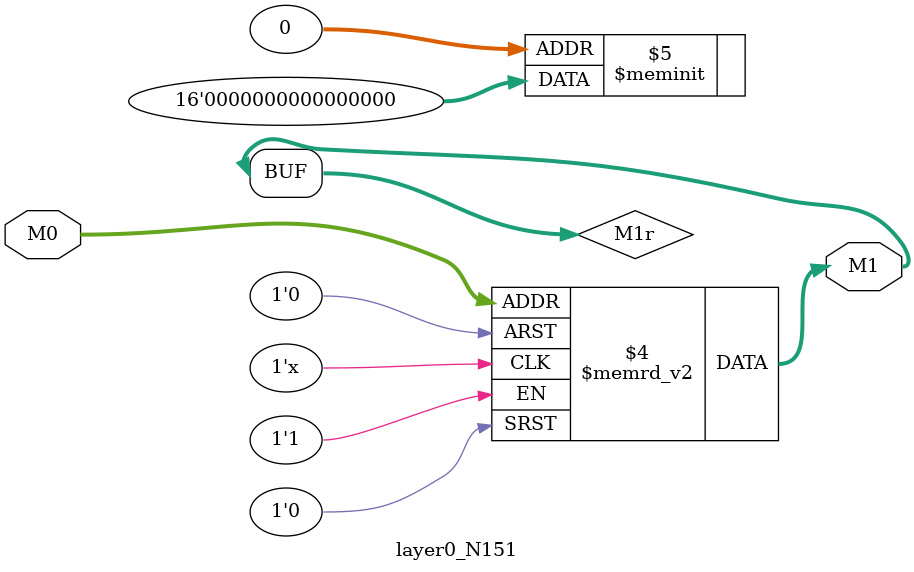
<source format=v>
module layer0_N151 ( input [2:0] M0, output [1:0] M1 );

	(*rom_style = "distributed" *) reg [1:0] M1r;
	assign M1 = M1r;
	always @ (M0) begin
		case (M0)
			3'b000: M1r = 2'b00;
			3'b100: M1r = 2'b00;
			3'b010: M1r = 2'b00;
			3'b110: M1r = 2'b00;
			3'b001: M1r = 2'b00;
			3'b101: M1r = 2'b00;
			3'b011: M1r = 2'b00;
			3'b111: M1r = 2'b00;

		endcase
	end
endmodule

</source>
